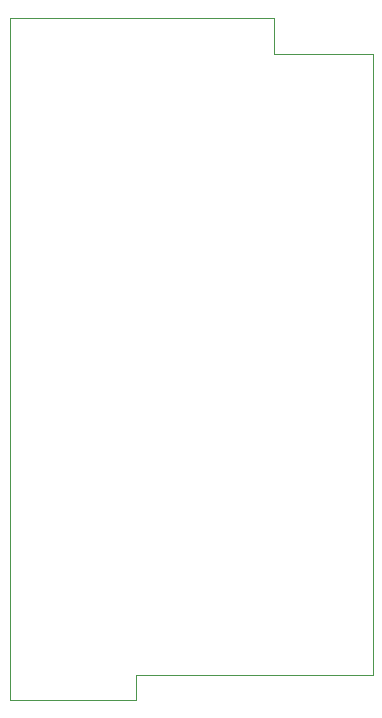
<source format=gm1>
G04 #@! TF.GenerationSoftware,KiCad,Pcbnew,5.1.5-52549c5~86~ubuntu18.04.1*
G04 #@! TF.CreationDate,2020-05-16T08:59:09-06:00*
G04 #@! TF.ProjectId,openturret-hat,6f70656e-7475-4727-9265-742d6861742e,rev?*
G04 #@! TF.SameCoordinates,Original*
G04 #@! TF.FileFunction,Profile,NP*
%FSLAX46Y46*%
G04 Gerber Fmt 4.6, Leading zero omitted, Abs format (unit mm)*
G04 Created by KiCad (PCBNEW 5.1.5-52549c5~86~ubuntu18.04.1) date 2020-05-16 08:59:09*
%MOMM*%
%LPD*%
G04 APERTURE LIST*
%ADD10C,0.100000*%
G04 APERTURE END LIST*
D10*
X129286000Y-67564000D02*
X129286000Y-70612000D01*
X106934000Y-67564000D02*
X129286000Y-67564000D01*
X106934000Y-125349000D02*
X106934000Y-67564000D01*
X117602000Y-125349000D02*
X106934000Y-125349000D01*
X117602000Y-123190000D02*
X117602000Y-125349000D01*
X137668000Y-123190000D02*
X117602000Y-123190000D01*
X137668000Y-70612000D02*
X137668000Y-123190000D01*
X129286000Y-70612000D02*
X137668000Y-70612000D01*
M02*

</source>
